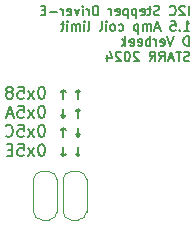
<source format=gbo>
%TF.GenerationSoftware,KiCad,Pcbnew,8.0.2*%
%TF.CreationDate,2024-05-07T13:49:06-06:00*%
%TF.ProjectId,encoder_protyping_board_high_current,656e636f-6465-4725-9f70-726f74797069,rev?*%
%TF.SameCoordinates,Original*%
%TF.FileFunction,Legend,Bot*%
%TF.FilePolarity,Positive*%
%FSLAX46Y46*%
G04 Gerber Fmt 4.6, Leading zero omitted, Abs format (unit mm)*
G04 Created by KiCad (PCBNEW 8.0.2) date 2024-05-07 13:49:06*
%MOMM*%
%LPD*%
G01*
G04 APERTURE LIST*
G04 Aperture macros list*
%AMFreePoly0*
4,1,19,0.550000,-0.750000,0.000000,-0.750000,0.000000,-0.744911,-0.071157,-0.744911,-0.207708,-0.704816,-0.327430,-0.627875,-0.420627,-0.520320,-0.479746,-0.390866,-0.500000,-0.250000,-0.500000,0.250000,-0.479746,0.390866,-0.420627,0.520320,-0.327430,0.627875,-0.207708,0.704816,-0.071157,0.744911,0.000000,0.744911,0.000000,0.750000,0.550000,0.750000,0.550000,-0.750000,0.550000,-0.750000,
$1*%
%AMFreePoly1*
4,1,19,0.000000,0.744911,0.071157,0.744911,0.207708,0.704816,0.327430,0.627875,0.420627,0.520320,0.479746,0.390866,0.500000,0.250000,0.500000,-0.250000,0.479746,-0.390866,0.420627,-0.520320,0.327430,-0.627875,0.207708,-0.704816,0.071157,-0.744911,0.000000,-0.744911,0.000000,-0.750000,-0.550000,-0.750000,-0.550000,0.750000,0.000000,0.750000,0.000000,0.744911,0.000000,0.744911,
$1*%
G04 Aperture macros list end*
%ADD10C,0.150000*%
%ADD11C,0.120000*%
%ADD12R,1.700000X1.700000*%
%ADD13O,1.700000X1.700000*%
%ADD14R,1.600000X1.600000*%
%ADD15C,1.600000*%
%ADD16FreePoly0,270.000000*%
%ADD17R,1.500000X1.000000*%
%ADD18FreePoly1,270.000000*%
%ADD19FreePoly0,90.000000*%
%ADD20FreePoly1,90.000000*%
G04 APERTURE END LIST*
D10*
X194232268Y-107239987D02*
X194232268Y-106478082D01*
X194422744Y-106668558D02*
X194232268Y-106478082D01*
X194232268Y-106478082D02*
X194041792Y-106668558D01*
X192994173Y-107239987D02*
X192994173Y-106478082D01*
X193184649Y-106668558D02*
X192994173Y-106478082D01*
X192994173Y-106478082D02*
X192803697Y-106668558D01*
X191184649Y-106239987D02*
X191089411Y-106239987D01*
X191089411Y-106239987D02*
X190994173Y-106287606D01*
X190994173Y-106287606D02*
X190946554Y-106335225D01*
X190946554Y-106335225D02*
X190898935Y-106430463D01*
X190898935Y-106430463D02*
X190851316Y-106620939D01*
X190851316Y-106620939D02*
X190851316Y-106859034D01*
X190851316Y-106859034D02*
X190898935Y-107049510D01*
X190898935Y-107049510D02*
X190946554Y-107144748D01*
X190946554Y-107144748D02*
X190994173Y-107192368D01*
X190994173Y-107192368D02*
X191089411Y-107239987D01*
X191089411Y-107239987D02*
X191184649Y-107239987D01*
X191184649Y-107239987D02*
X191279887Y-107192368D01*
X191279887Y-107192368D02*
X191327506Y-107144748D01*
X191327506Y-107144748D02*
X191375125Y-107049510D01*
X191375125Y-107049510D02*
X191422744Y-106859034D01*
X191422744Y-106859034D02*
X191422744Y-106620939D01*
X191422744Y-106620939D02*
X191375125Y-106430463D01*
X191375125Y-106430463D02*
X191327506Y-106335225D01*
X191327506Y-106335225D02*
X191279887Y-106287606D01*
X191279887Y-106287606D02*
X191184649Y-106239987D01*
X190517982Y-107239987D02*
X189994173Y-106573320D01*
X190517982Y-106573320D02*
X189994173Y-107239987D01*
X189137030Y-106239987D02*
X189613220Y-106239987D01*
X189613220Y-106239987D02*
X189660839Y-106716177D01*
X189660839Y-106716177D02*
X189613220Y-106668558D01*
X189613220Y-106668558D02*
X189517982Y-106620939D01*
X189517982Y-106620939D02*
X189279887Y-106620939D01*
X189279887Y-106620939D02*
X189184649Y-106668558D01*
X189184649Y-106668558D02*
X189137030Y-106716177D01*
X189137030Y-106716177D02*
X189089411Y-106811415D01*
X189089411Y-106811415D02*
X189089411Y-107049510D01*
X189089411Y-107049510D02*
X189137030Y-107144748D01*
X189137030Y-107144748D02*
X189184649Y-107192368D01*
X189184649Y-107192368D02*
X189279887Y-107239987D01*
X189279887Y-107239987D02*
X189517982Y-107239987D01*
X189517982Y-107239987D02*
X189613220Y-107192368D01*
X189613220Y-107192368D02*
X189660839Y-107144748D01*
X188517982Y-106668558D02*
X188613220Y-106620939D01*
X188613220Y-106620939D02*
X188660839Y-106573320D01*
X188660839Y-106573320D02*
X188708458Y-106478082D01*
X188708458Y-106478082D02*
X188708458Y-106430463D01*
X188708458Y-106430463D02*
X188660839Y-106335225D01*
X188660839Y-106335225D02*
X188613220Y-106287606D01*
X188613220Y-106287606D02*
X188517982Y-106239987D01*
X188517982Y-106239987D02*
X188327506Y-106239987D01*
X188327506Y-106239987D02*
X188232268Y-106287606D01*
X188232268Y-106287606D02*
X188184649Y-106335225D01*
X188184649Y-106335225D02*
X188137030Y-106430463D01*
X188137030Y-106430463D02*
X188137030Y-106478082D01*
X188137030Y-106478082D02*
X188184649Y-106573320D01*
X188184649Y-106573320D02*
X188232268Y-106620939D01*
X188232268Y-106620939D02*
X188327506Y-106668558D01*
X188327506Y-106668558D02*
X188517982Y-106668558D01*
X188517982Y-106668558D02*
X188613220Y-106716177D01*
X188613220Y-106716177D02*
X188660839Y-106763796D01*
X188660839Y-106763796D02*
X188708458Y-106859034D01*
X188708458Y-106859034D02*
X188708458Y-107049510D01*
X188708458Y-107049510D02*
X188660839Y-107144748D01*
X188660839Y-107144748D02*
X188613220Y-107192368D01*
X188613220Y-107192368D02*
X188517982Y-107239987D01*
X188517982Y-107239987D02*
X188327506Y-107239987D01*
X188327506Y-107239987D02*
X188232268Y-107192368D01*
X188232268Y-107192368D02*
X188184649Y-107144748D01*
X188184649Y-107144748D02*
X188137030Y-107049510D01*
X188137030Y-107049510D02*
X188137030Y-106859034D01*
X188137030Y-106859034D02*
X188184649Y-106763796D01*
X188184649Y-106763796D02*
X188232268Y-106716177D01*
X188232268Y-106716177D02*
X188327506Y-106668558D01*
X194232268Y-108849931D02*
X194232268Y-108088026D01*
X194422744Y-108278502D02*
X194232268Y-108088026D01*
X194232268Y-108088026D02*
X194041792Y-108278502D01*
X192994173Y-108088026D02*
X192994173Y-108849931D01*
X192803697Y-108659454D02*
X192994173Y-108849931D01*
X192994173Y-108849931D02*
X193184649Y-108659454D01*
X191184649Y-107849931D02*
X191089411Y-107849931D01*
X191089411Y-107849931D02*
X190994173Y-107897550D01*
X190994173Y-107897550D02*
X190946554Y-107945169D01*
X190946554Y-107945169D02*
X190898935Y-108040407D01*
X190898935Y-108040407D02*
X190851316Y-108230883D01*
X190851316Y-108230883D02*
X190851316Y-108468978D01*
X190851316Y-108468978D02*
X190898935Y-108659454D01*
X190898935Y-108659454D02*
X190946554Y-108754692D01*
X190946554Y-108754692D02*
X190994173Y-108802312D01*
X190994173Y-108802312D02*
X191089411Y-108849931D01*
X191089411Y-108849931D02*
X191184649Y-108849931D01*
X191184649Y-108849931D02*
X191279887Y-108802312D01*
X191279887Y-108802312D02*
X191327506Y-108754692D01*
X191327506Y-108754692D02*
X191375125Y-108659454D01*
X191375125Y-108659454D02*
X191422744Y-108468978D01*
X191422744Y-108468978D02*
X191422744Y-108230883D01*
X191422744Y-108230883D02*
X191375125Y-108040407D01*
X191375125Y-108040407D02*
X191327506Y-107945169D01*
X191327506Y-107945169D02*
X191279887Y-107897550D01*
X191279887Y-107897550D02*
X191184649Y-107849931D01*
X190517982Y-108849931D02*
X189994173Y-108183264D01*
X190517982Y-108183264D02*
X189994173Y-108849931D01*
X189137030Y-107849931D02*
X189613220Y-107849931D01*
X189613220Y-107849931D02*
X189660839Y-108326121D01*
X189660839Y-108326121D02*
X189613220Y-108278502D01*
X189613220Y-108278502D02*
X189517982Y-108230883D01*
X189517982Y-108230883D02*
X189279887Y-108230883D01*
X189279887Y-108230883D02*
X189184649Y-108278502D01*
X189184649Y-108278502D02*
X189137030Y-108326121D01*
X189137030Y-108326121D02*
X189089411Y-108421359D01*
X189089411Y-108421359D02*
X189089411Y-108659454D01*
X189089411Y-108659454D02*
X189137030Y-108754692D01*
X189137030Y-108754692D02*
X189184649Y-108802312D01*
X189184649Y-108802312D02*
X189279887Y-108849931D01*
X189279887Y-108849931D02*
X189517982Y-108849931D01*
X189517982Y-108849931D02*
X189613220Y-108802312D01*
X189613220Y-108802312D02*
X189660839Y-108754692D01*
X188708458Y-108564216D02*
X188232268Y-108564216D01*
X188803696Y-108849931D02*
X188470363Y-107849931D01*
X188470363Y-107849931D02*
X188137030Y-108849931D01*
X194232268Y-109697970D02*
X194232268Y-110459875D01*
X194041792Y-110269398D02*
X194232268Y-110459875D01*
X194232268Y-110459875D02*
X194422744Y-110269398D01*
X192994173Y-110459875D02*
X192994173Y-109697970D01*
X193184649Y-109888446D02*
X192994173Y-109697970D01*
X192994173Y-109697970D02*
X192803697Y-109888446D01*
X191184649Y-109459875D02*
X191089411Y-109459875D01*
X191089411Y-109459875D02*
X190994173Y-109507494D01*
X190994173Y-109507494D02*
X190946554Y-109555113D01*
X190946554Y-109555113D02*
X190898935Y-109650351D01*
X190898935Y-109650351D02*
X190851316Y-109840827D01*
X190851316Y-109840827D02*
X190851316Y-110078922D01*
X190851316Y-110078922D02*
X190898935Y-110269398D01*
X190898935Y-110269398D02*
X190946554Y-110364636D01*
X190946554Y-110364636D02*
X190994173Y-110412256D01*
X190994173Y-110412256D02*
X191089411Y-110459875D01*
X191089411Y-110459875D02*
X191184649Y-110459875D01*
X191184649Y-110459875D02*
X191279887Y-110412256D01*
X191279887Y-110412256D02*
X191327506Y-110364636D01*
X191327506Y-110364636D02*
X191375125Y-110269398D01*
X191375125Y-110269398D02*
X191422744Y-110078922D01*
X191422744Y-110078922D02*
X191422744Y-109840827D01*
X191422744Y-109840827D02*
X191375125Y-109650351D01*
X191375125Y-109650351D02*
X191327506Y-109555113D01*
X191327506Y-109555113D02*
X191279887Y-109507494D01*
X191279887Y-109507494D02*
X191184649Y-109459875D01*
X190517982Y-110459875D02*
X189994173Y-109793208D01*
X190517982Y-109793208D02*
X189994173Y-110459875D01*
X189137030Y-109459875D02*
X189613220Y-109459875D01*
X189613220Y-109459875D02*
X189660839Y-109936065D01*
X189660839Y-109936065D02*
X189613220Y-109888446D01*
X189613220Y-109888446D02*
X189517982Y-109840827D01*
X189517982Y-109840827D02*
X189279887Y-109840827D01*
X189279887Y-109840827D02*
X189184649Y-109888446D01*
X189184649Y-109888446D02*
X189137030Y-109936065D01*
X189137030Y-109936065D02*
X189089411Y-110031303D01*
X189089411Y-110031303D02*
X189089411Y-110269398D01*
X189089411Y-110269398D02*
X189137030Y-110364636D01*
X189137030Y-110364636D02*
X189184649Y-110412256D01*
X189184649Y-110412256D02*
X189279887Y-110459875D01*
X189279887Y-110459875D02*
X189517982Y-110459875D01*
X189517982Y-110459875D02*
X189613220Y-110412256D01*
X189613220Y-110412256D02*
X189660839Y-110364636D01*
X188089411Y-110364636D02*
X188137030Y-110412256D01*
X188137030Y-110412256D02*
X188279887Y-110459875D01*
X188279887Y-110459875D02*
X188375125Y-110459875D01*
X188375125Y-110459875D02*
X188517982Y-110412256D01*
X188517982Y-110412256D02*
X188613220Y-110317017D01*
X188613220Y-110317017D02*
X188660839Y-110221779D01*
X188660839Y-110221779D02*
X188708458Y-110031303D01*
X188708458Y-110031303D02*
X188708458Y-109888446D01*
X188708458Y-109888446D02*
X188660839Y-109697970D01*
X188660839Y-109697970D02*
X188613220Y-109602732D01*
X188613220Y-109602732D02*
X188517982Y-109507494D01*
X188517982Y-109507494D02*
X188375125Y-109459875D01*
X188375125Y-109459875D02*
X188279887Y-109459875D01*
X188279887Y-109459875D02*
X188137030Y-109507494D01*
X188137030Y-109507494D02*
X188089411Y-109555113D01*
X194232268Y-111307914D02*
X194232268Y-112069819D01*
X194041792Y-111879342D02*
X194232268Y-112069819D01*
X194232268Y-112069819D02*
X194422744Y-111879342D01*
X192994173Y-111307914D02*
X192994173Y-112069819D01*
X192803697Y-111879342D02*
X192994173Y-112069819D01*
X192994173Y-112069819D02*
X193184649Y-111879342D01*
X191184649Y-111069819D02*
X191089411Y-111069819D01*
X191089411Y-111069819D02*
X190994173Y-111117438D01*
X190994173Y-111117438D02*
X190946554Y-111165057D01*
X190946554Y-111165057D02*
X190898935Y-111260295D01*
X190898935Y-111260295D02*
X190851316Y-111450771D01*
X190851316Y-111450771D02*
X190851316Y-111688866D01*
X190851316Y-111688866D02*
X190898935Y-111879342D01*
X190898935Y-111879342D02*
X190946554Y-111974580D01*
X190946554Y-111974580D02*
X190994173Y-112022200D01*
X190994173Y-112022200D02*
X191089411Y-112069819D01*
X191089411Y-112069819D02*
X191184649Y-112069819D01*
X191184649Y-112069819D02*
X191279887Y-112022200D01*
X191279887Y-112022200D02*
X191327506Y-111974580D01*
X191327506Y-111974580D02*
X191375125Y-111879342D01*
X191375125Y-111879342D02*
X191422744Y-111688866D01*
X191422744Y-111688866D02*
X191422744Y-111450771D01*
X191422744Y-111450771D02*
X191375125Y-111260295D01*
X191375125Y-111260295D02*
X191327506Y-111165057D01*
X191327506Y-111165057D02*
X191279887Y-111117438D01*
X191279887Y-111117438D02*
X191184649Y-111069819D01*
X190517982Y-112069819D02*
X189994173Y-111403152D01*
X190517982Y-111403152D02*
X189994173Y-112069819D01*
X189137030Y-111069819D02*
X189613220Y-111069819D01*
X189613220Y-111069819D02*
X189660839Y-111546009D01*
X189660839Y-111546009D02*
X189613220Y-111498390D01*
X189613220Y-111498390D02*
X189517982Y-111450771D01*
X189517982Y-111450771D02*
X189279887Y-111450771D01*
X189279887Y-111450771D02*
X189184649Y-111498390D01*
X189184649Y-111498390D02*
X189137030Y-111546009D01*
X189137030Y-111546009D02*
X189089411Y-111641247D01*
X189089411Y-111641247D02*
X189089411Y-111879342D01*
X189089411Y-111879342D02*
X189137030Y-111974580D01*
X189137030Y-111974580D02*
X189184649Y-112022200D01*
X189184649Y-112022200D02*
X189279887Y-112069819D01*
X189279887Y-112069819D02*
X189517982Y-112069819D01*
X189517982Y-112069819D02*
X189613220Y-112022200D01*
X189613220Y-112022200D02*
X189660839Y-111974580D01*
X188660839Y-111546009D02*
X188327506Y-111546009D01*
X188184649Y-112069819D02*
X188660839Y-112069819D01*
X188660839Y-112069819D02*
X188660839Y-111069819D01*
X188660839Y-111069819D02*
X188184649Y-111069819D01*
X203610839Y-100180430D02*
X203610839Y-99380430D01*
X203267983Y-99456620D02*
X203229887Y-99418525D01*
X203229887Y-99418525D02*
X203153697Y-99380430D01*
X203153697Y-99380430D02*
X202963221Y-99380430D01*
X202963221Y-99380430D02*
X202887030Y-99418525D01*
X202887030Y-99418525D02*
X202848935Y-99456620D01*
X202848935Y-99456620D02*
X202810840Y-99532811D01*
X202810840Y-99532811D02*
X202810840Y-99609001D01*
X202810840Y-99609001D02*
X202848935Y-99723287D01*
X202848935Y-99723287D02*
X203306078Y-100180430D01*
X203306078Y-100180430D02*
X202810840Y-100180430D01*
X202010839Y-100104239D02*
X202048935Y-100142335D01*
X202048935Y-100142335D02*
X202163220Y-100180430D01*
X202163220Y-100180430D02*
X202239411Y-100180430D01*
X202239411Y-100180430D02*
X202353697Y-100142335D01*
X202353697Y-100142335D02*
X202429887Y-100066144D01*
X202429887Y-100066144D02*
X202467982Y-99989954D01*
X202467982Y-99989954D02*
X202506078Y-99837573D01*
X202506078Y-99837573D02*
X202506078Y-99723287D01*
X202506078Y-99723287D02*
X202467982Y-99570906D01*
X202467982Y-99570906D02*
X202429887Y-99494715D01*
X202429887Y-99494715D02*
X202353697Y-99418525D01*
X202353697Y-99418525D02*
X202239411Y-99380430D01*
X202239411Y-99380430D02*
X202163220Y-99380430D01*
X202163220Y-99380430D02*
X202048935Y-99418525D01*
X202048935Y-99418525D02*
X202010839Y-99456620D01*
X201096554Y-100142335D02*
X200982268Y-100180430D01*
X200982268Y-100180430D02*
X200791792Y-100180430D01*
X200791792Y-100180430D02*
X200715601Y-100142335D01*
X200715601Y-100142335D02*
X200677506Y-100104239D01*
X200677506Y-100104239D02*
X200639411Y-100028049D01*
X200639411Y-100028049D02*
X200639411Y-99951858D01*
X200639411Y-99951858D02*
X200677506Y-99875668D01*
X200677506Y-99875668D02*
X200715601Y-99837573D01*
X200715601Y-99837573D02*
X200791792Y-99799477D01*
X200791792Y-99799477D02*
X200944173Y-99761382D01*
X200944173Y-99761382D02*
X201020363Y-99723287D01*
X201020363Y-99723287D02*
X201058458Y-99685192D01*
X201058458Y-99685192D02*
X201096554Y-99609001D01*
X201096554Y-99609001D02*
X201096554Y-99532811D01*
X201096554Y-99532811D02*
X201058458Y-99456620D01*
X201058458Y-99456620D02*
X201020363Y-99418525D01*
X201020363Y-99418525D02*
X200944173Y-99380430D01*
X200944173Y-99380430D02*
X200753696Y-99380430D01*
X200753696Y-99380430D02*
X200639411Y-99418525D01*
X200410839Y-99647096D02*
X200106077Y-99647096D01*
X200296553Y-99380430D02*
X200296553Y-100066144D01*
X200296553Y-100066144D02*
X200258458Y-100142335D01*
X200258458Y-100142335D02*
X200182268Y-100180430D01*
X200182268Y-100180430D02*
X200106077Y-100180430D01*
X199534648Y-100142335D02*
X199610839Y-100180430D01*
X199610839Y-100180430D02*
X199763220Y-100180430D01*
X199763220Y-100180430D02*
X199839410Y-100142335D01*
X199839410Y-100142335D02*
X199877506Y-100066144D01*
X199877506Y-100066144D02*
X199877506Y-99761382D01*
X199877506Y-99761382D02*
X199839410Y-99685192D01*
X199839410Y-99685192D02*
X199763220Y-99647096D01*
X199763220Y-99647096D02*
X199610839Y-99647096D01*
X199610839Y-99647096D02*
X199534648Y-99685192D01*
X199534648Y-99685192D02*
X199496553Y-99761382D01*
X199496553Y-99761382D02*
X199496553Y-99837573D01*
X199496553Y-99837573D02*
X199877506Y-99913763D01*
X199153696Y-99647096D02*
X199153696Y-100447096D01*
X199153696Y-99685192D02*
X199077506Y-99647096D01*
X199077506Y-99647096D02*
X198925125Y-99647096D01*
X198925125Y-99647096D02*
X198848934Y-99685192D01*
X198848934Y-99685192D02*
X198810839Y-99723287D01*
X198810839Y-99723287D02*
X198772744Y-99799477D01*
X198772744Y-99799477D02*
X198772744Y-100028049D01*
X198772744Y-100028049D02*
X198810839Y-100104239D01*
X198810839Y-100104239D02*
X198848934Y-100142335D01*
X198848934Y-100142335D02*
X198925125Y-100180430D01*
X198925125Y-100180430D02*
X199077506Y-100180430D01*
X199077506Y-100180430D02*
X199153696Y-100142335D01*
X198429886Y-99647096D02*
X198429886Y-100447096D01*
X198429886Y-99685192D02*
X198353696Y-99647096D01*
X198353696Y-99647096D02*
X198201315Y-99647096D01*
X198201315Y-99647096D02*
X198125124Y-99685192D01*
X198125124Y-99685192D02*
X198087029Y-99723287D01*
X198087029Y-99723287D02*
X198048934Y-99799477D01*
X198048934Y-99799477D02*
X198048934Y-100028049D01*
X198048934Y-100028049D02*
X198087029Y-100104239D01*
X198087029Y-100104239D02*
X198125124Y-100142335D01*
X198125124Y-100142335D02*
X198201315Y-100180430D01*
X198201315Y-100180430D02*
X198353696Y-100180430D01*
X198353696Y-100180430D02*
X198429886Y-100142335D01*
X197401314Y-100142335D02*
X197477505Y-100180430D01*
X197477505Y-100180430D02*
X197629886Y-100180430D01*
X197629886Y-100180430D02*
X197706076Y-100142335D01*
X197706076Y-100142335D02*
X197744172Y-100066144D01*
X197744172Y-100066144D02*
X197744172Y-99761382D01*
X197744172Y-99761382D02*
X197706076Y-99685192D01*
X197706076Y-99685192D02*
X197629886Y-99647096D01*
X197629886Y-99647096D02*
X197477505Y-99647096D01*
X197477505Y-99647096D02*
X197401314Y-99685192D01*
X197401314Y-99685192D02*
X197363219Y-99761382D01*
X197363219Y-99761382D02*
X197363219Y-99837573D01*
X197363219Y-99837573D02*
X197744172Y-99913763D01*
X197020362Y-100180430D02*
X197020362Y-99647096D01*
X197020362Y-99799477D02*
X196982267Y-99723287D01*
X196982267Y-99723287D02*
X196944172Y-99685192D01*
X196944172Y-99685192D02*
X196867981Y-99647096D01*
X196867981Y-99647096D02*
X196791791Y-99647096D01*
X195915600Y-100180430D02*
X195915600Y-99380430D01*
X195915600Y-99380430D02*
X195725124Y-99380430D01*
X195725124Y-99380430D02*
X195610838Y-99418525D01*
X195610838Y-99418525D02*
X195534648Y-99494715D01*
X195534648Y-99494715D02*
X195496553Y-99570906D01*
X195496553Y-99570906D02*
X195458457Y-99723287D01*
X195458457Y-99723287D02*
X195458457Y-99837573D01*
X195458457Y-99837573D02*
X195496553Y-99989954D01*
X195496553Y-99989954D02*
X195534648Y-100066144D01*
X195534648Y-100066144D02*
X195610838Y-100142335D01*
X195610838Y-100142335D02*
X195725124Y-100180430D01*
X195725124Y-100180430D02*
X195915600Y-100180430D01*
X195115600Y-100180430D02*
X195115600Y-99647096D01*
X195115600Y-99799477D02*
X195077505Y-99723287D01*
X195077505Y-99723287D02*
X195039410Y-99685192D01*
X195039410Y-99685192D02*
X194963219Y-99647096D01*
X194963219Y-99647096D02*
X194887029Y-99647096D01*
X194620362Y-100180430D02*
X194620362Y-99647096D01*
X194620362Y-99380430D02*
X194658458Y-99418525D01*
X194658458Y-99418525D02*
X194620362Y-99456620D01*
X194620362Y-99456620D02*
X194582267Y-99418525D01*
X194582267Y-99418525D02*
X194620362Y-99380430D01*
X194620362Y-99380430D02*
X194620362Y-99456620D01*
X194315601Y-99647096D02*
X194125125Y-100180430D01*
X194125125Y-100180430D02*
X193934648Y-99647096D01*
X193325124Y-100142335D02*
X193401315Y-100180430D01*
X193401315Y-100180430D02*
X193553696Y-100180430D01*
X193553696Y-100180430D02*
X193629886Y-100142335D01*
X193629886Y-100142335D02*
X193667982Y-100066144D01*
X193667982Y-100066144D02*
X193667982Y-99761382D01*
X193667982Y-99761382D02*
X193629886Y-99685192D01*
X193629886Y-99685192D02*
X193553696Y-99647096D01*
X193553696Y-99647096D02*
X193401315Y-99647096D01*
X193401315Y-99647096D02*
X193325124Y-99685192D01*
X193325124Y-99685192D02*
X193287029Y-99761382D01*
X193287029Y-99761382D02*
X193287029Y-99837573D01*
X193287029Y-99837573D02*
X193667982Y-99913763D01*
X192944172Y-100180430D02*
X192944172Y-99647096D01*
X192944172Y-99799477D02*
X192906077Y-99723287D01*
X192906077Y-99723287D02*
X192867982Y-99685192D01*
X192867982Y-99685192D02*
X192791791Y-99647096D01*
X192791791Y-99647096D02*
X192715601Y-99647096D01*
X192448934Y-99875668D02*
X191839411Y-99875668D01*
X191458458Y-99761382D02*
X191191792Y-99761382D01*
X191077506Y-100180430D02*
X191458458Y-100180430D01*
X191458458Y-100180430D02*
X191458458Y-99380430D01*
X191458458Y-99380430D02*
X191077506Y-99380430D01*
X203191792Y-101468385D02*
X203648935Y-101468385D01*
X203420363Y-101468385D02*
X203420363Y-100668385D01*
X203420363Y-100668385D02*
X203496554Y-100782670D01*
X203496554Y-100782670D02*
X203572744Y-100858861D01*
X203572744Y-100858861D02*
X203648935Y-100896956D01*
X202848934Y-101392194D02*
X202810839Y-101430290D01*
X202810839Y-101430290D02*
X202848934Y-101468385D01*
X202848934Y-101468385D02*
X202887030Y-101430290D01*
X202887030Y-101430290D02*
X202848934Y-101392194D01*
X202848934Y-101392194D02*
X202848934Y-101468385D01*
X202087030Y-100668385D02*
X202467982Y-100668385D01*
X202467982Y-100668385D02*
X202506078Y-101049337D01*
X202506078Y-101049337D02*
X202467982Y-101011242D01*
X202467982Y-101011242D02*
X202391792Y-100973147D01*
X202391792Y-100973147D02*
X202201316Y-100973147D01*
X202201316Y-100973147D02*
X202125125Y-101011242D01*
X202125125Y-101011242D02*
X202087030Y-101049337D01*
X202087030Y-101049337D02*
X202048935Y-101125528D01*
X202048935Y-101125528D02*
X202048935Y-101316004D01*
X202048935Y-101316004D02*
X202087030Y-101392194D01*
X202087030Y-101392194D02*
X202125125Y-101430290D01*
X202125125Y-101430290D02*
X202201316Y-101468385D01*
X202201316Y-101468385D02*
X202391792Y-101468385D01*
X202391792Y-101468385D02*
X202467982Y-101430290D01*
X202467982Y-101430290D02*
X202506078Y-101392194D01*
X201134649Y-101239813D02*
X200753696Y-101239813D01*
X201210839Y-101468385D02*
X200944172Y-100668385D01*
X200944172Y-100668385D02*
X200677506Y-101468385D01*
X200410839Y-101468385D02*
X200410839Y-100935051D01*
X200410839Y-101011242D02*
X200372744Y-100973147D01*
X200372744Y-100973147D02*
X200296554Y-100935051D01*
X200296554Y-100935051D02*
X200182268Y-100935051D01*
X200182268Y-100935051D02*
X200106077Y-100973147D01*
X200106077Y-100973147D02*
X200067982Y-101049337D01*
X200067982Y-101049337D02*
X200067982Y-101468385D01*
X200067982Y-101049337D02*
X200029887Y-100973147D01*
X200029887Y-100973147D02*
X199953696Y-100935051D01*
X199953696Y-100935051D02*
X199839411Y-100935051D01*
X199839411Y-100935051D02*
X199763220Y-100973147D01*
X199763220Y-100973147D02*
X199725125Y-101049337D01*
X199725125Y-101049337D02*
X199725125Y-101468385D01*
X199344172Y-100935051D02*
X199344172Y-101735051D01*
X199344172Y-100973147D02*
X199267982Y-100935051D01*
X199267982Y-100935051D02*
X199115601Y-100935051D01*
X199115601Y-100935051D02*
X199039410Y-100973147D01*
X199039410Y-100973147D02*
X199001315Y-101011242D01*
X199001315Y-101011242D02*
X198963220Y-101087432D01*
X198963220Y-101087432D02*
X198963220Y-101316004D01*
X198963220Y-101316004D02*
X199001315Y-101392194D01*
X199001315Y-101392194D02*
X199039410Y-101430290D01*
X199039410Y-101430290D02*
X199115601Y-101468385D01*
X199115601Y-101468385D02*
X199267982Y-101468385D01*
X199267982Y-101468385D02*
X199344172Y-101430290D01*
X197667981Y-101430290D02*
X197744172Y-101468385D01*
X197744172Y-101468385D02*
X197896553Y-101468385D01*
X197896553Y-101468385D02*
X197972743Y-101430290D01*
X197972743Y-101430290D02*
X198010838Y-101392194D01*
X198010838Y-101392194D02*
X198048934Y-101316004D01*
X198048934Y-101316004D02*
X198048934Y-101087432D01*
X198048934Y-101087432D02*
X198010838Y-101011242D01*
X198010838Y-101011242D02*
X197972743Y-100973147D01*
X197972743Y-100973147D02*
X197896553Y-100935051D01*
X197896553Y-100935051D02*
X197744172Y-100935051D01*
X197744172Y-100935051D02*
X197667981Y-100973147D01*
X197210839Y-101468385D02*
X197287029Y-101430290D01*
X197287029Y-101430290D02*
X197325124Y-101392194D01*
X197325124Y-101392194D02*
X197363220Y-101316004D01*
X197363220Y-101316004D02*
X197363220Y-101087432D01*
X197363220Y-101087432D02*
X197325124Y-101011242D01*
X197325124Y-101011242D02*
X197287029Y-100973147D01*
X197287029Y-100973147D02*
X197210839Y-100935051D01*
X197210839Y-100935051D02*
X197096553Y-100935051D01*
X197096553Y-100935051D02*
X197020362Y-100973147D01*
X197020362Y-100973147D02*
X196982267Y-101011242D01*
X196982267Y-101011242D02*
X196944172Y-101087432D01*
X196944172Y-101087432D02*
X196944172Y-101316004D01*
X196944172Y-101316004D02*
X196982267Y-101392194D01*
X196982267Y-101392194D02*
X197020362Y-101430290D01*
X197020362Y-101430290D02*
X197096553Y-101468385D01*
X197096553Y-101468385D02*
X197210839Y-101468385D01*
X196601314Y-101468385D02*
X196601314Y-100935051D01*
X196601314Y-100668385D02*
X196639410Y-100706480D01*
X196639410Y-100706480D02*
X196601314Y-100744575D01*
X196601314Y-100744575D02*
X196563219Y-100706480D01*
X196563219Y-100706480D02*
X196601314Y-100668385D01*
X196601314Y-100668385D02*
X196601314Y-100744575D01*
X196106077Y-101468385D02*
X196182267Y-101430290D01*
X196182267Y-101430290D02*
X196220362Y-101354099D01*
X196220362Y-101354099D02*
X196220362Y-100668385D01*
X195077505Y-101468385D02*
X195153695Y-101430290D01*
X195153695Y-101430290D02*
X195191790Y-101354099D01*
X195191790Y-101354099D02*
X195191790Y-100668385D01*
X194772742Y-101468385D02*
X194772742Y-100935051D01*
X194772742Y-100668385D02*
X194810838Y-100706480D01*
X194810838Y-100706480D02*
X194772742Y-100744575D01*
X194772742Y-100744575D02*
X194734647Y-100706480D01*
X194734647Y-100706480D02*
X194772742Y-100668385D01*
X194772742Y-100668385D02*
X194772742Y-100744575D01*
X194391790Y-101468385D02*
X194391790Y-100935051D01*
X194391790Y-101011242D02*
X194353695Y-100973147D01*
X194353695Y-100973147D02*
X194277505Y-100935051D01*
X194277505Y-100935051D02*
X194163219Y-100935051D01*
X194163219Y-100935051D02*
X194087028Y-100973147D01*
X194087028Y-100973147D02*
X194048933Y-101049337D01*
X194048933Y-101049337D02*
X194048933Y-101468385D01*
X194048933Y-101049337D02*
X194010838Y-100973147D01*
X194010838Y-100973147D02*
X193934647Y-100935051D01*
X193934647Y-100935051D02*
X193820362Y-100935051D01*
X193820362Y-100935051D02*
X193744171Y-100973147D01*
X193744171Y-100973147D02*
X193706076Y-101049337D01*
X193706076Y-101049337D02*
X193706076Y-101468385D01*
X193325123Y-101468385D02*
X193325123Y-100935051D01*
X193325123Y-100668385D02*
X193363219Y-100706480D01*
X193363219Y-100706480D02*
X193325123Y-100744575D01*
X193325123Y-100744575D02*
X193287028Y-100706480D01*
X193287028Y-100706480D02*
X193325123Y-100668385D01*
X193325123Y-100668385D02*
X193325123Y-100744575D01*
X193058457Y-100935051D02*
X192753695Y-100935051D01*
X192944171Y-100668385D02*
X192944171Y-101354099D01*
X192944171Y-101354099D02*
X192906076Y-101430290D01*
X192906076Y-101430290D02*
X192829886Y-101468385D01*
X192829886Y-101468385D02*
X192753695Y-101468385D01*
X203610839Y-102756340D02*
X203610839Y-101956340D01*
X203610839Y-101956340D02*
X203420363Y-101956340D01*
X203420363Y-101956340D02*
X203306077Y-101994435D01*
X203306077Y-101994435D02*
X203229887Y-102070625D01*
X203229887Y-102070625D02*
X203191792Y-102146816D01*
X203191792Y-102146816D02*
X203153696Y-102299197D01*
X203153696Y-102299197D02*
X203153696Y-102413483D01*
X203153696Y-102413483D02*
X203191792Y-102565864D01*
X203191792Y-102565864D02*
X203229887Y-102642054D01*
X203229887Y-102642054D02*
X203306077Y-102718245D01*
X203306077Y-102718245D02*
X203420363Y-102756340D01*
X203420363Y-102756340D02*
X203610839Y-102756340D01*
X202315601Y-101956340D02*
X202048934Y-102756340D01*
X202048934Y-102756340D02*
X201782268Y-101956340D01*
X201210839Y-102718245D02*
X201287030Y-102756340D01*
X201287030Y-102756340D02*
X201439411Y-102756340D01*
X201439411Y-102756340D02*
X201515601Y-102718245D01*
X201515601Y-102718245D02*
X201553697Y-102642054D01*
X201553697Y-102642054D02*
X201553697Y-102337292D01*
X201553697Y-102337292D02*
X201515601Y-102261102D01*
X201515601Y-102261102D02*
X201439411Y-102223006D01*
X201439411Y-102223006D02*
X201287030Y-102223006D01*
X201287030Y-102223006D02*
X201210839Y-102261102D01*
X201210839Y-102261102D02*
X201172744Y-102337292D01*
X201172744Y-102337292D02*
X201172744Y-102413483D01*
X201172744Y-102413483D02*
X201553697Y-102489673D01*
X200829887Y-102756340D02*
X200829887Y-102223006D01*
X200829887Y-102375387D02*
X200791792Y-102299197D01*
X200791792Y-102299197D02*
X200753697Y-102261102D01*
X200753697Y-102261102D02*
X200677506Y-102223006D01*
X200677506Y-102223006D02*
X200601316Y-102223006D01*
X200334649Y-102756340D02*
X200334649Y-101956340D01*
X200334649Y-102261102D02*
X200258459Y-102223006D01*
X200258459Y-102223006D02*
X200106078Y-102223006D01*
X200106078Y-102223006D02*
X200029887Y-102261102D01*
X200029887Y-102261102D02*
X199991792Y-102299197D01*
X199991792Y-102299197D02*
X199953697Y-102375387D01*
X199953697Y-102375387D02*
X199953697Y-102603959D01*
X199953697Y-102603959D02*
X199991792Y-102680149D01*
X199991792Y-102680149D02*
X200029887Y-102718245D01*
X200029887Y-102718245D02*
X200106078Y-102756340D01*
X200106078Y-102756340D02*
X200258459Y-102756340D01*
X200258459Y-102756340D02*
X200334649Y-102718245D01*
X199306077Y-102718245D02*
X199382268Y-102756340D01*
X199382268Y-102756340D02*
X199534649Y-102756340D01*
X199534649Y-102756340D02*
X199610839Y-102718245D01*
X199610839Y-102718245D02*
X199648935Y-102642054D01*
X199648935Y-102642054D02*
X199648935Y-102337292D01*
X199648935Y-102337292D02*
X199610839Y-102261102D01*
X199610839Y-102261102D02*
X199534649Y-102223006D01*
X199534649Y-102223006D02*
X199382268Y-102223006D01*
X199382268Y-102223006D02*
X199306077Y-102261102D01*
X199306077Y-102261102D02*
X199267982Y-102337292D01*
X199267982Y-102337292D02*
X199267982Y-102413483D01*
X199267982Y-102413483D02*
X199648935Y-102489673D01*
X198620363Y-102718245D02*
X198696554Y-102756340D01*
X198696554Y-102756340D02*
X198848935Y-102756340D01*
X198848935Y-102756340D02*
X198925125Y-102718245D01*
X198925125Y-102718245D02*
X198963221Y-102642054D01*
X198963221Y-102642054D02*
X198963221Y-102337292D01*
X198963221Y-102337292D02*
X198925125Y-102261102D01*
X198925125Y-102261102D02*
X198848935Y-102223006D01*
X198848935Y-102223006D02*
X198696554Y-102223006D01*
X198696554Y-102223006D02*
X198620363Y-102261102D01*
X198620363Y-102261102D02*
X198582268Y-102337292D01*
X198582268Y-102337292D02*
X198582268Y-102413483D01*
X198582268Y-102413483D02*
X198963221Y-102489673D01*
X198239411Y-102756340D02*
X198239411Y-101956340D01*
X198163221Y-102451578D02*
X197934649Y-102756340D01*
X197934649Y-102223006D02*
X198239411Y-102527768D01*
X203648935Y-104006200D02*
X203534649Y-104044295D01*
X203534649Y-104044295D02*
X203344173Y-104044295D01*
X203344173Y-104044295D02*
X203267982Y-104006200D01*
X203267982Y-104006200D02*
X203229887Y-103968104D01*
X203229887Y-103968104D02*
X203191792Y-103891914D01*
X203191792Y-103891914D02*
X203191792Y-103815723D01*
X203191792Y-103815723D02*
X203229887Y-103739533D01*
X203229887Y-103739533D02*
X203267982Y-103701438D01*
X203267982Y-103701438D02*
X203344173Y-103663342D01*
X203344173Y-103663342D02*
X203496554Y-103625247D01*
X203496554Y-103625247D02*
X203572744Y-103587152D01*
X203572744Y-103587152D02*
X203610839Y-103549057D01*
X203610839Y-103549057D02*
X203648935Y-103472866D01*
X203648935Y-103472866D02*
X203648935Y-103396676D01*
X203648935Y-103396676D02*
X203610839Y-103320485D01*
X203610839Y-103320485D02*
X203572744Y-103282390D01*
X203572744Y-103282390D02*
X203496554Y-103244295D01*
X203496554Y-103244295D02*
X203306077Y-103244295D01*
X203306077Y-103244295D02*
X203191792Y-103282390D01*
X202963220Y-103244295D02*
X202506077Y-103244295D01*
X202734649Y-104044295D02*
X202734649Y-103244295D01*
X202277506Y-103815723D02*
X201896553Y-103815723D01*
X202353696Y-104044295D02*
X202087029Y-103244295D01*
X202087029Y-103244295D02*
X201820363Y-104044295D01*
X201096553Y-104044295D02*
X201363220Y-103663342D01*
X201553696Y-104044295D02*
X201553696Y-103244295D01*
X201553696Y-103244295D02*
X201248934Y-103244295D01*
X201248934Y-103244295D02*
X201172744Y-103282390D01*
X201172744Y-103282390D02*
X201134649Y-103320485D01*
X201134649Y-103320485D02*
X201096553Y-103396676D01*
X201096553Y-103396676D02*
X201096553Y-103510961D01*
X201096553Y-103510961D02*
X201134649Y-103587152D01*
X201134649Y-103587152D02*
X201172744Y-103625247D01*
X201172744Y-103625247D02*
X201248934Y-103663342D01*
X201248934Y-103663342D02*
X201553696Y-103663342D01*
X200296553Y-104044295D02*
X200563220Y-103663342D01*
X200753696Y-104044295D02*
X200753696Y-103244295D01*
X200753696Y-103244295D02*
X200448934Y-103244295D01*
X200448934Y-103244295D02*
X200372744Y-103282390D01*
X200372744Y-103282390D02*
X200334649Y-103320485D01*
X200334649Y-103320485D02*
X200296553Y-103396676D01*
X200296553Y-103396676D02*
X200296553Y-103510961D01*
X200296553Y-103510961D02*
X200334649Y-103587152D01*
X200334649Y-103587152D02*
X200372744Y-103625247D01*
X200372744Y-103625247D02*
X200448934Y-103663342D01*
X200448934Y-103663342D02*
X200753696Y-103663342D01*
X199382268Y-103320485D02*
X199344172Y-103282390D01*
X199344172Y-103282390D02*
X199267982Y-103244295D01*
X199267982Y-103244295D02*
X199077506Y-103244295D01*
X199077506Y-103244295D02*
X199001315Y-103282390D01*
X199001315Y-103282390D02*
X198963220Y-103320485D01*
X198963220Y-103320485D02*
X198925125Y-103396676D01*
X198925125Y-103396676D02*
X198925125Y-103472866D01*
X198925125Y-103472866D02*
X198963220Y-103587152D01*
X198963220Y-103587152D02*
X199420363Y-104044295D01*
X199420363Y-104044295D02*
X198925125Y-104044295D01*
X198429886Y-103244295D02*
X198353696Y-103244295D01*
X198353696Y-103244295D02*
X198277505Y-103282390D01*
X198277505Y-103282390D02*
X198239410Y-103320485D01*
X198239410Y-103320485D02*
X198201315Y-103396676D01*
X198201315Y-103396676D02*
X198163220Y-103549057D01*
X198163220Y-103549057D02*
X198163220Y-103739533D01*
X198163220Y-103739533D02*
X198201315Y-103891914D01*
X198201315Y-103891914D02*
X198239410Y-103968104D01*
X198239410Y-103968104D02*
X198277505Y-104006200D01*
X198277505Y-104006200D02*
X198353696Y-104044295D01*
X198353696Y-104044295D02*
X198429886Y-104044295D01*
X198429886Y-104044295D02*
X198506077Y-104006200D01*
X198506077Y-104006200D02*
X198544172Y-103968104D01*
X198544172Y-103968104D02*
X198582267Y-103891914D01*
X198582267Y-103891914D02*
X198620363Y-103739533D01*
X198620363Y-103739533D02*
X198620363Y-103549057D01*
X198620363Y-103549057D02*
X198582267Y-103396676D01*
X198582267Y-103396676D02*
X198544172Y-103320485D01*
X198544172Y-103320485D02*
X198506077Y-103282390D01*
X198506077Y-103282390D02*
X198429886Y-103244295D01*
X197858458Y-103320485D02*
X197820362Y-103282390D01*
X197820362Y-103282390D02*
X197744172Y-103244295D01*
X197744172Y-103244295D02*
X197553696Y-103244295D01*
X197553696Y-103244295D02*
X197477505Y-103282390D01*
X197477505Y-103282390D02*
X197439410Y-103320485D01*
X197439410Y-103320485D02*
X197401315Y-103396676D01*
X197401315Y-103396676D02*
X197401315Y-103472866D01*
X197401315Y-103472866D02*
X197439410Y-103587152D01*
X197439410Y-103587152D02*
X197896553Y-104044295D01*
X197896553Y-104044295D02*
X197401315Y-104044295D01*
X196715600Y-103510961D02*
X196715600Y-104044295D01*
X196906076Y-103206200D02*
X197096553Y-103777628D01*
X197096553Y-103777628D02*
X196601314Y-103777628D01*
D11*
%TO.C,JP2*%
X190450000Y-116850000D02*
X190450000Y-114050000D01*
X191150000Y-113400000D02*
X191750000Y-113400000D01*
X191750000Y-117500000D02*
X191150000Y-117500000D01*
X192450000Y-114050000D02*
X192450000Y-116850000D01*
X190450000Y-114100000D02*
G75*
G02*
X191150000Y-113400000I699999J1D01*
G01*
X191150000Y-117500000D02*
G75*
G02*
X190450000Y-116800000I0J700000D01*
G01*
X191750000Y-113400000D02*
G75*
G02*
X192450000Y-114100000I1J-699999D01*
G01*
X192450000Y-116800000D02*
G75*
G02*
X191750000Y-117500000I-700000J0D01*
G01*
%TO.C,JP1*%
X192950000Y-116850000D02*
X192950000Y-114050000D01*
X193650000Y-113400000D02*
X194250000Y-113400000D01*
X194250000Y-117500000D02*
X193650000Y-117500000D01*
X194950000Y-114050000D02*
X194950000Y-116850000D01*
X192950000Y-114100000D02*
G75*
G02*
X193650000Y-113400000I700000J0D01*
G01*
X193650000Y-117500000D02*
G75*
G02*
X192950000Y-116800000I-1J699999D01*
G01*
X194250000Y-113400000D02*
G75*
G02*
X194950000Y-114100000I0J-700000D01*
G01*
X194950000Y-116800000D02*
G75*
G02*
X194250000Y-117500000I-699999J-1D01*
G01*
%TD*%
%LPC*%
D12*
%TO.C,J2*%
X186700000Y-114225000D03*
D13*
X186700000Y-116765000D03*
%TD*%
D14*
%TO.C,4.7\u00B5F*%
X198844888Y-115800000D03*
D15*
X200844888Y-115800000D03*
%TD*%
D12*
%TO.C,J3*%
X186600000Y-97100000D03*
D13*
X189140000Y-97100000D03*
X191680000Y-97100000D03*
X194220000Y-97100000D03*
%TD*%
D12*
%TO.C,J1*%
X206750000Y-97150000D03*
D13*
X206750000Y-99690000D03*
X206750000Y-102230000D03*
X206750000Y-104770000D03*
X206750000Y-107310000D03*
X206750000Y-109850000D03*
X206750000Y-112390000D03*
X206750000Y-114930000D03*
%TD*%
D14*
%TO.C,4.7\u00B5F*%
X198644888Y-98500000D03*
D15*
X200644888Y-98500000D03*
%TD*%
D16*
%TO.C,JP2*%
X191450000Y-114150000D03*
D17*
X191450000Y-115450000D03*
D18*
X191450000Y-116750000D03*
%TD*%
D19*
%TO.C,JP1*%
X193950000Y-116750000D03*
D17*
X193950000Y-115450000D03*
D20*
X193950000Y-114150000D03*
%TD*%
%LPD*%
M02*

</source>
